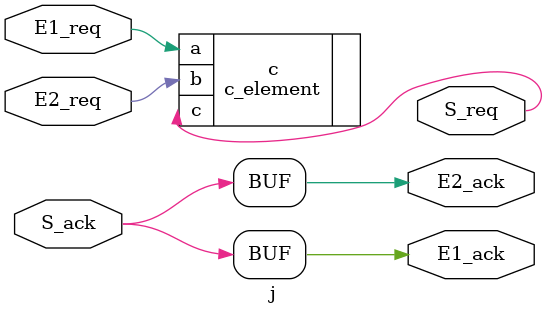
<source format=sv>
module j(

input E1_req,
input E2_req,
output reg S_req,

input S_ack,
output reg E1_ack,
output reg E2_ack

);

c_element c (
  .a(E1_req),
  .b(E2_req),
  .c(S_req)
  );



always @ ( * ) begin
  E1_ack = S_ack;
  E2_ack = S_ack;
end

endmodule

</source>
